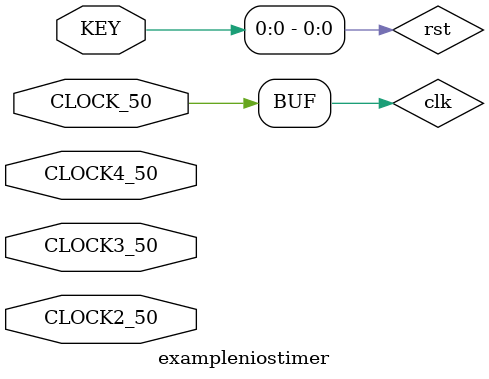
<source format=v>
module exampleniostimer(
	input 		          		CLOCK2_50,
	input 		          		CLOCK3_50,
	input 		          		CLOCK4_50,
	input 		          		CLOCK_50,
	input 		     [3:0]		KEY
);

  wire clk;
  wire rst;

  platformniostimer u0 ( .clk_clk(clk),
   	                      .reset_reset_n(rst)
   	                      );

  assign clk = CLOCK_50;
  assign rst = KEY[0];
									 
endmodule

</source>
